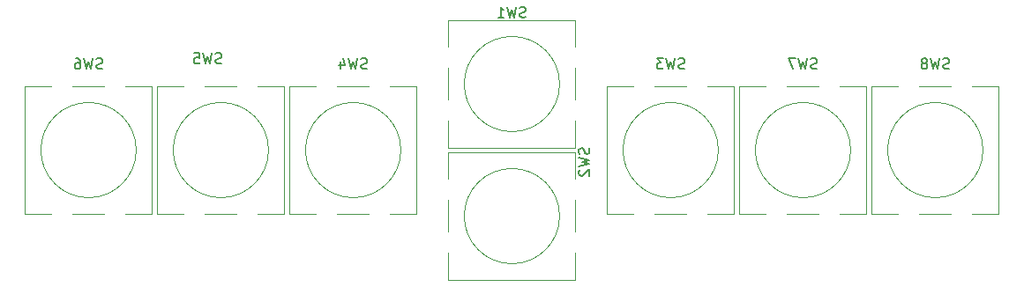
<source format=gbo>
G04 #@! TF.GenerationSoftware,KiCad,Pcbnew,(5.1.9)-1*
G04 #@! TF.CreationDate,2021-04-11T14:45:31+02:00*
G04 #@! TF.ProjectId,Sunrise clock main board,53756e72-6973-4652-9063-6c6f636b206d,V1.0*
G04 #@! TF.SameCoordinates,Original*
G04 #@! TF.FileFunction,Legend,Bot*
G04 #@! TF.FilePolarity,Positive*
%FSLAX46Y46*%
G04 Gerber Fmt 4.6, Leading zero omitted, Abs format (unit mm)*
G04 Created by KiCad (PCBNEW (5.1.9)-1) date 2021-04-11 14:45:32*
%MOMM*%
%LPD*%
G01*
G04 APERTURE LIST*
%ADD10C,0.120000*%
%ADD11C,0.150000*%
%ADD12C,1.524000*%
%ADD13R,1.500000X1.500000*%
%ADD14C,2.600000*%
%ADD15R,2.600000X2.600000*%
%ADD16O,1.850000X3.048000*%
%ADD17O,3.048000X1.850000*%
%ADD18C,0.800000*%
%ADD19C,6.400000*%
%ADD20C,1.500000*%
%ADD21C,4.300000*%
%ADD22C,1.700000*%
%ADD23R,1.700000X1.700000*%
%ADD24R,3.500000X3.500000*%
%ADD25O,1.700000X1.700000*%
%ADD26C,2.100000*%
%ADD27R,2.100000X2.100000*%
%ADD28O,1.700000X2.100000*%
%ADD29R,1.700000X2.100000*%
G04 APERTURE END LIST*
D10*
X46740000Y-34540000D02*
X44196000Y-34540000D01*
X37084000Y-34540000D02*
X34540000Y-34540000D01*
X39116000Y-46740000D02*
X42164000Y-46740000D01*
X34540000Y-46740000D02*
X37084000Y-46740000D01*
X45219050Y-40640000D02*
G75*
G03*
X45219050Y-40640000I-4579050J0D01*
G01*
X44196000Y-46740000D02*
X46740000Y-46740000D01*
X34540000Y-34540000D02*
X34540000Y-46740000D01*
X42164000Y-34540000D02*
X39116000Y-34540000D01*
X46740000Y-46740000D02*
X46740000Y-34540000D01*
X34040000Y-34540000D02*
X31496000Y-34540000D01*
X24384000Y-34540000D02*
X21840000Y-34540000D01*
X26416000Y-46740000D02*
X29464000Y-46740000D01*
X21840000Y-46740000D02*
X24384000Y-46740000D01*
X32519050Y-40640000D02*
G75*
G03*
X32519050Y-40640000I-4579050J0D01*
G01*
X31496000Y-46740000D02*
X34040000Y-46740000D01*
X21840000Y-34540000D02*
X21840000Y-46740000D01*
X29464000Y-34540000D02*
X26416000Y-34540000D01*
X34040000Y-46740000D02*
X34040000Y-34540000D01*
X-34540000Y-34540000D02*
X-37084000Y-34540000D01*
X-44196000Y-34540000D02*
X-46740000Y-34540000D01*
X-42164000Y-46740000D02*
X-39116000Y-46740000D01*
X-46740000Y-46740000D02*
X-44196000Y-46740000D01*
X-36060950Y-40640000D02*
G75*
G03*
X-36060950Y-40640000I-4579050J0D01*
G01*
X-37084000Y-46740000D02*
X-34540000Y-46740000D01*
X-46740000Y-34540000D02*
X-46740000Y-46740000D01*
X-39116000Y-34540000D02*
X-42164000Y-34540000D01*
X-34540000Y-46740000D02*
X-34540000Y-34540000D01*
X-21840000Y-34540000D02*
X-24384000Y-34540000D01*
X-31496000Y-34540000D02*
X-34040000Y-34540000D01*
X-29464000Y-46740000D02*
X-26416000Y-46740000D01*
X-34040000Y-46740000D02*
X-31496000Y-46740000D01*
X-23360950Y-40640000D02*
G75*
G03*
X-23360950Y-40640000I-4579050J0D01*
G01*
X-24384000Y-46740000D02*
X-21840000Y-46740000D01*
X-34040000Y-34540000D02*
X-34040000Y-46740000D01*
X-26416000Y-34540000D02*
X-29464000Y-34540000D01*
X-21840000Y-46740000D02*
X-21840000Y-34540000D01*
X-9140000Y-34540000D02*
X-11684000Y-34540000D01*
X-18796000Y-34540000D02*
X-21340000Y-34540000D01*
X-16764000Y-46740000D02*
X-13716000Y-46740000D01*
X-21340000Y-46740000D02*
X-18796000Y-46740000D01*
X-10660950Y-40640000D02*
G75*
G03*
X-10660950Y-40640000I-4579050J0D01*
G01*
X-11684000Y-46740000D02*
X-9140000Y-46740000D01*
X-21340000Y-34540000D02*
X-21340000Y-46740000D01*
X-13716000Y-34540000D02*
X-16764000Y-34540000D01*
X-9140000Y-46740000D02*
X-9140000Y-34540000D01*
X21340000Y-34540000D02*
X18796000Y-34540000D01*
X11684000Y-34540000D02*
X9140000Y-34540000D01*
X13716000Y-46740000D02*
X16764000Y-46740000D01*
X9140000Y-46740000D02*
X11684000Y-46740000D01*
X19819050Y-40640000D02*
G75*
G03*
X19819050Y-40640000I-4579050J0D01*
G01*
X18796000Y-46740000D02*
X21340000Y-46740000D01*
X9140000Y-34540000D02*
X9140000Y-46740000D01*
X16764000Y-34540000D02*
X13716000Y-34540000D01*
X21340000Y-46740000D02*
X21340000Y-34540000D01*
X6100000Y-53090000D02*
X6100000Y-50546000D01*
X6100000Y-43434000D02*
X6100000Y-40890000D01*
X-6100000Y-45466000D02*
X-6100000Y-48514000D01*
X-6100000Y-40890000D02*
X-6100000Y-43434000D01*
X4579050Y-46990000D02*
G75*
G03*
X4579050Y-46990000I-4579050J0D01*
G01*
X-6100000Y-50546000D02*
X-6100000Y-53090000D01*
X6100000Y-40890000D02*
X-6100000Y-40890000D01*
X6100000Y-48514000D02*
X6100000Y-45466000D01*
X-6100000Y-53090000D02*
X6100000Y-53090000D01*
X6100000Y-40390000D02*
X6100000Y-37846000D01*
X6100000Y-30734000D02*
X6100000Y-28190000D01*
X-6100000Y-32766000D02*
X-6100000Y-35814000D01*
X-6100000Y-28190000D02*
X-6100000Y-30734000D01*
X4579050Y-34290000D02*
G75*
G03*
X4579050Y-34290000I-4579050J0D01*
G01*
X-6100000Y-37846000D02*
X-6100000Y-40390000D01*
X6100000Y-28190000D02*
X-6100000Y-28190000D01*
X6100000Y-35814000D02*
X6100000Y-32766000D01*
X-6100000Y-40390000D02*
X6100000Y-40390000D01*
D11*
X41973333Y-32789761D02*
X41830476Y-32837380D01*
X41592380Y-32837380D01*
X41497142Y-32789761D01*
X41449523Y-32742142D01*
X41401904Y-32646904D01*
X41401904Y-32551666D01*
X41449523Y-32456428D01*
X41497142Y-32408809D01*
X41592380Y-32361190D01*
X41782857Y-32313571D01*
X41878095Y-32265952D01*
X41925714Y-32218333D01*
X41973333Y-32123095D01*
X41973333Y-32027857D01*
X41925714Y-31932619D01*
X41878095Y-31885000D01*
X41782857Y-31837380D01*
X41544761Y-31837380D01*
X41401904Y-31885000D01*
X41068571Y-31837380D02*
X40830476Y-32837380D01*
X40640000Y-32123095D01*
X40449523Y-32837380D01*
X40211428Y-31837380D01*
X39687619Y-32265952D02*
X39782857Y-32218333D01*
X39830476Y-32170714D01*
X39878095Y-32075476D01*
X39878095Y-32027857D01*
X39830476Y-31932619D01*
X39782857Y-31885000D01*
X39687619Y-31837380D01*
X39497142Y-31837380D01*
X39401904Y-31885000D01*
X39354285Y-31932619D01*
X39306666Y-32027857D01*
X39306666Y-32075476D01*
X39354285Y-32170714D01*
X39401904Y-32218333D01*
X39497142Y-32265952D01*
X39687619Y-32265952D01*
X39782857Y-32313571D01*
X39830476Y-32361190D01*
X39878095Y-32456428D01*
X39878095Y-32646904D01*
X39830476Y-32742142D01*
X39782857Y-32789761D01*
X39687619Y-32837380D01*
X39497142Y-32837380D01*
X39401904Y-32789761D01*
X39354285Y-32742142D01*
X39306666Y-32646904D01*
X39306666Y-32456428D01*
X39354285Y-32361190D01*
X39401904Y-32313571D01*
X39497142Y-32265952D01*
X29273333Y-32789761D02*
X29130476Y-32837380D01*
X28892380Y-32837380D01*
X28797142Y-32789761D01*
X28749523Y-32742142D01*
X28701904Y-32646904D01*
X28701904Y-32551666D01*
X28749523Y-32456428D01*
X28797142Y-32408809D01*
X28892380Y-32361190D01*
X29082857Y-32313571D01*
X29178095Y-32265952D01*
X29225714Y-32218333D01*
X29273333Y-32123095D01*
X29273333Y-32027857D01*
X29225714Y-31932619D01*
X29178095Y-31885000D01*
X29082857Y-31837380D01*
X28844761Y-31837380D01*
X28701904Y-31885000D01*
X28368571Y-31837380D02*
X28130476Y-32837380D01*
X27940000Y-32123095D01*
X27749523Y-32837380D01*
X27511428Y-31837380D01*
X27225714Y-31837380D02*
X26559047Y-31837380D01*
X26987619Y-32837380D01*
X-39306666Y-32789761D02*
X-39449523Y-32837380D01*
X-39687619Y-32837380D01*
X-39782857Y-32789761D01*
X-39830476Y-32742142D01*
X-39878095Y-32646904D01*
X-39878095Y-32551666D01*
X-39830476Y-32456428D01*
X-39782857Y-32408809D01*
X-39687619Y-32361190D01*
X-39497142Y-32313571D01*
X-39401904Y-32265952D01*
X-39354285Y-32218333D01*
X-39306666Y-32123095D01*
X-39306666Y-32027857D01*
X-39354285Y-31932619D01*
X-39401904Y-31885000D01*
X-39497142Y-31837380D01*
X-39735238Y-31837380D01*
X-39878095Y-31885000D01*
X-40211428Y-31837380D02*
X-40449523Y-32837380D01*
X-40640000Y-32123095D01*
X-40830476Y-32837380D01*
X-41068571Y-31837380D01*
X-41878095Y-31837380D02*
X-41687619Y-31837380D01*
X-41592380Y-31885000D01*
X-41544761Y-31932619D01*
X-41449523Y-32075476D01*
X-41401904Y-32265952D01*
X-41401904Y-32646904D01*
X-41449523Y-32742142D01*
X-41497142Y-32789761D01*
X-41592380Y-32837380D01*
X-41782857Y-32837380D01*
X-41878095Y-32789761D01*
X-41925714Y-32742142D01*
X-41973333Y-32646904D01*
X-41973333Y-32408809D01*
X-41925714Y-32313571D01*
X-41878095Y-32265952D01*
X-41782857Y-32218333D01*
X-41592380Y-32218333D01*
X-41497142Y-32265952D01*
X-41449523Y-32313571D01*
X-41401904Y-32408809D01*
X-27876666Y-32281761D02*
X-28019523Y-32329380D01*
X-28257619Y-32329380D01*
X-28352857Y-32281761D01*
X-28400476Y-32234142D01*
X-28448095Y-32138904D01*
X-28448095Y-32043666D01*
X-28400476Y-31948428D01*
X-28352857Y-31900809D01*
X-28257619Y-31853190D01*
X-28067142Y-31805571D01*
X-27971904Y-31757952D01*
X-27924285Y-31710333D01*
X-27876666Y-31615095D01*
X-27876666Y-31519857D01*
X-27924285Y-31424619D01*
X-27971904Y-31377000D01*
X-28067142Y-31329380D01*
X-28305238Y-31329380D01*
X-28448095Y-31377000D01*
X-28781428Y-31329380D02*
X-29019523Y-32329380D01*
X-29210000Y-31615095D01*
X-29400476Y-32329380D01*
X-29638571Y-31329380D01*
X-30495714Y-31329380D02*
X-30019523Y-31329380D01*
X-29971904Y-31805571D01*
X-30019523Y-31757952D01*
X-30114761Y-31710333D01*
X-30352857Y-31710333D01*
X-30448095Y-31757952D01*
X-30495714Y-31805571D01*
X-30543333Y-31900809D01*
X-30543333Y-32138904D01*
X-30495714Y-32234142D01*
X-30448095Y-32281761D01*
X-30352857Y-32329380D01*
X-30114761Y-32329380D01*
X-30019523Y-32281761D01*
X-29971904Y-32234142D01*
X-13906666Y-32789761D02*
X-14049523Y-32837380D01*
X-14287619Y-32837380D01*
X-14382857Y-32789761D01*
X-14430476Y-32742142D01*
X-14478095Y-32646904D01*
X-14478095Y-32551666D01*
X-14430476Y-32456428D01*
X-14382857Y-32408809D01*
X-14287619Y-32361190D01*
X-14097142Y-32313571D01*
X-14001904Y-32265952D01*
X-13954285Y-32218333D01*
X-13906666Y-32123095D01*
X-13906666Y-32027857D01*
X-13954285Y-31932619D01*
X-14001904Y-31885000D01*
X-14097142Y-31837380D01*
X-14335238Y-31837380D01*
X-14478095Y-31885000D01*
X-14811428Y-31837380D02*
X-15049523Y-32837380D01*
X-15240000Y-32123095D01*
X-15430476Y-32837380D01*
X-15668571Y-31837380D01*
X-16478095Y-32170714D02*
X-16478095Y-32837380D01*
X-16240000Y-31789761D02*
X-16001904Y-32504047D01*
X-16620952Y-32504047D01*
X16573333Y-32789761D02*
X16430476Y-32837380D01*
X16192380Y-32837380D01*
X16097142Y-32789761D01*
X16049523Y-32742142D01*
X16001904Y-32646904D01*
X16001904Y-32551666D01*
X16049523Y-32456428D01*
X16097142Y-32408809D01*
X16192380Y-32361190D01*
X16382857Y-32313571D01*
X16478095Y-32265952D01*
X16525714Y-32218333D01*
X16573333Y-32123095D01*
X16573333Y-32027857D01*
X16525714Y-31932619D01*
X16478095Y-31885000D01*
X16382857Y-31837380D01*
X16144761Y-31837380D01*
X16001904Y-31885000D01*
X15668571Y-31837380D02*
X15430476Y-32837380D01*
X15240000Y-32123095D01*
X15049523Y-32837380D01*
X14811428Y-31837380D01*
X14525714Y-31837380D02*
X13906666Y-31837380D01*
X14240000Y-32218333D01*
X14097142Y-32218333D01*
X14001904Y-32265952D01*
X13954285Y-32313571D01*
X13906666Y-32408809D01*
X13906666Y-32646904D01*
X13954285Y-32742142D01*
X14001904Y-32789761D01*
X14097142Y-32837380D01*
X14382857Y-32837380D01*
X14478095Y-32789761D01*
X14525714Y-32742142D01*
X7389761Y-40449666D02*
X7437380Y-40592523D01*
X7437380Y-40830619D01*
X7389761Y-40925857D01*
X7342142Y-40973476D01*
X7246904Y-41021095D01*
X7151666Y-41021095D01*
X7056428Y-40973476D01*
X7008809Y-40925857D01*
X6961190Y-40830619D01*
X6913571Y-40640142D01*
X6865952Y-40544904D01*
X6818333Y-40497285D01*
X6723095Y-40449666D01*
X6627857Y-40449666D01*
X6532619Y-40497285D01*
X6485000Y-40544904D01*
X6437380Y-40640142D01*
X6437380Y-40878238D01*
X6485000Y-41021095D01*
X6437380Y-41354428D02*
X7437380Y-41592523D01*
X6723095Y-41783000D01*
X7437380Y-41973476D01*
X6437380Y-42211571D01*
X6532619Y-42544904D02*
X6485000Y-42592523D01*
X6437380Y-42687761D01*
X6437380Y-42925857D01*
X6485000Y-43021095D01*
X6532619Y-43068714D01*
X6627857Y-43116333D01*
X6723095Y-43116333D01*
X6865952Y-43068714D01*
X7437380Y-42497285D01*
X7437380Y-43116333D01*
X1333333Y-27836761D02*
X1190476Y-27884380D01*
X952380Y-27884380D01*
X857142Y-27836761D01*
X809523Y-27789142D01*
X761904Y-27693904D01*
X761904Y-27598666D01*
X809523Y-27503428D01*
X857142Y-27455809D01*
X952380Y-27408190D01*
X1142857Y-27360571D01*
X1238095Y-27312952D01*
X1285714Y-27265333D01*
X1333333Y-27170095D01*
X1333333Y-27074857D01*
X1285714Y-26979619D01*
X1238095Y-26932000D01*
X1142857Y-26884380D01*
X904761Y-26884380D01*
X761904Y-26932000D01*
X428571Y-26884380D02*
X190476Y-27884380D01*
X0Y-27170095D01*
X-190476Y-27884380D01*
X-428571Y-26884380D01*
X-1333333Y-27884380D02*
X-761904Y-27884380D01*
X-1047619Y-27884380D02*
X-1047619Y-26884380D01*
X-952380Y-27027238D01*
X-857142Y-27122476D01*
X-761904Y-27170095D01*
%LPC*%
D12*
X8410000Y-22480000D03*
X11910000Y-22480000D03*
X2540000Y-9610000D03*
X5080000Y-9610000D03*
X7620000Y-9610000D03*
X10160000Y-9610000D03*
X12700000Y-9610000D03*
X15240000Y-9610000D03*
X17780000Y-9610000D03*
X-11910000Y-22480000D03*
X-8410000Y-22480000D03*
X-17780000Y-9610000D03*
X-15240000Y-9610000D03*
X-12700000Y-9610000D03*
X-10160000Y-9610000D03*
X-7620000Y-9610000D03*
X-5080000Y-9610000D03*
X-2540000Y-9610000D03*
D13*
X-52070000Y-19050000D03*
X73914000Y23622000D03*
X-24765000Y-7620000D03*
D14*
X31750000Y25400000D03*
X26670000Y25400000D03*
X21590000Y25400000D03*
X16510000Y25400000D03*
D15*
X11430000Y25400000D03*
D13*
X68580000Y1270000D03*
X62230000Y1270000D03*
D16*
X38100000Y-46990000D03*
X43180000Y-46990000D03*
X38100000Y-34290000D03*
X43180000Y-34290000D03*
X25400000Y-46990000D03*
X30480000Y-46990000D03*
X25400000Y-34290000D03*
X30480000Y-34290000D03*
X-43180000Y-46990000D03*
X-38100000Y-46990000D03*
X-43180000Y-34290000D03*
X-38100000Y-34290000D03*
X-30480000Y-46990000D03*
X-25400000Y-46990000D03*
X-30480000Y-34290000D03*
X-25400000Y-34290000D03*
X-17780000Y-46990000D03*
X-12700000Y-46990000D03*
X-17780000Y-34290000D03*
X-12700000Y-34290000D03*
X12700000Y-46990000D03*
X17780000Y-46990000D03*
X12700000Y-34290000D03*
X17780000Y-34290000D03*
D17*
X-6350000Y-44450000D03*
X-6350000Y-49530000D03*
X6350000Y-44450000D03*
X6350000Y-49530000D03*
X-6350000Y-31750000D03*
X-6350000Y-36830000D03*
X6350000Y-31750000D03*
X6350000Y-36830000D03*
D13*
X-51435000Y-33655000D03*
D18*
X23287056Y-26242944D03*
X21590000Y-25540000D03*
X19892944Y-26242944D03*
X19190000Y-27940000D03*
X19892944Y-29637056D03*
X21590000Y-30340000D03*
X23287056Y-29637056D03*
X23990000Y-27940000D03*
D19*
X21590000Y-27940000D03*
D18*
X-19892944Y-26242944D03*
X-21590000Y-25540000D03*
X-23287056Y-26242944D03*
X-23990000Y-27940000D03*
X-23287056Y-29637056D03*
X-21590000Y-30340000D03*
X-19892944Y-29637056D03*
X-19190000Y-27940000D03*
D19*
X-21590000Y-27940000D03*
D20*
X26670000Y48260000D03*
X23270000Y48260000D03*
D21*
X48260000Y60980000D03*
D22*
X54610000Y50820000D03*
X52070000Y50820000D03*
X49530000Y50820000D03*
D23*
X46990000Y50820000D03*
G36*
G01*
X-5575000Y49550000D02*
X-3825000Y49550000D01*
G75*
G02*
X-2950000Y48675000I0J-875000D01*
G01*
X-2950000Y46925000D01*
G75*
G02*
X-3825000Y46050000I-875000J0D01*
G01*
X-5575000Y46050000D01*
G75*
G02*
X-6450000Y46925000I0J875000D01*
G01*
X-6450000Y48675000D01*
G75*
G02*
X-5575000Y49550000I875000J0D01*
G01*
G37*
G36*
G01*
X-1000000Y52300000D02*
X1000000Y52300000D01*
G75*
G02*
X1750000Y51550000I0J-750000D01*
G01*
X1750000Y50050000D01*
G75*
G02*
X1000000Y49300000I-750000J0D01*
G01*
X-1000000Y49300000D01*
G75*
G02*
X-1750000Y50050000I0J750000D01*
G01*
X-1750000Y51550000D01*
G75*
G02*
X-1000000Y52300000I750000J0D01*
G01*
G37*
D24*
X0Y44800000D03*
D22*
X43180000Y-27940000D03*
X45720000Y-27940000D03*
X48260000Y-27940000D03*
X50800000Y-27940000D03*
X53340000Y-27940000D03*
X43180000Y-25400000D03*
X45720000Y-25400000D03*
X48260000Y-25400000D03*
X50800000Y-25400000D03*
G36*
G01*
X52740000Y-24550000D02*
X53940000Y-24550000D01*
G75*
G02*
X54190000Y-24800000I0J-250000D01*
G01*
X54190000Y-26000000D01*
G75*
G02*
X53940000Y-26250000I-250000J0D01*
G01*
X52740000Y-26250000D01*
G75*
G02*
X52490000Y-26000000I0J250000D01*
G01*
X52490000Y-24800000D01*
G75*
G02*
X52740000Y-24550000I250000J0D01*
G01*
G37*
D13*
X-46990000Y48260000D03*
X-46990000Y43180000D03*
X-46990000Y38100000D03*
X-46990000Y33020000D03*
X-31750000Y36830000D03*
X74930000Y33020000D03*
X71120000Y27940000D03*
X55880000Y20320000D03*
X55880000Y12700000D03*
X-69850000Y-10160000D03*
X-74930000Y-10160000D03*
X-27940000Y36830000D03*
X-24130000Y36830000D03*
X-35560000Y33020000D03*
D25*
X-33020000Y-13970000D03*
X-35560000Y-13970000D03*
X-38100000Y-13970000D03*
D23*
X-40640000Y-13970000D03*
D25*
X-57150000Y26670000D03*
X-59690000Y26670000D03*
X-62230000Y26670000D03*
D23*
X-64770000Y26670000D03*
D18*
X67737056Y-46562944D03*
X66040000Y-45860000D03*
X64342944Y-46562944D03*
X63640000Y-48260000D03*
X64342944Y-49957056D03*
X66040000Y-50660000D03*
X67737056Y-49957056D03*
X68440000Y-48260000D03*
D19*
X66040000Y-48260000D03*
D18*
X76627056Y49957056D03*
X74930000Y50660000D03*
X73232944Y49957056D03*
X72530000Y48260000D03*
X73232944Y46562944D03*
X74930000Y45860000D03*
X76627056Y46562944D03*
X77330000Y48260000D03*
D19*
X74930000Y48260000D03*
D18*
X-64342944Y-46562944D03*
X-66040000Y-45860000D03*
X-67737056Y-46562944D03*
X-68440000Y-48260000D03*
X-67737056Y-49957056D03*
X-66040000Y-50660000D03*
X-64342944Y-49957056D03*
X-63640000Y-48260000D03*
D19*
X-66040000Y-48260000D03*
D18*
X-73232944Y49957056D03*
X-74930000Y50660000D03*
X-76627056Y49957056D03*
X-77330000Y48260000D03*
X-76627056Y46562944D03*
X-74930000Y45860000D03*
X-73232944Y46562944D03*
X-72530000Y48260000D03*
D19*
X-74930000Y48260000D03*
D26*
X43500000Y34290000D03*
D27*
X63500000Y34290000D03*
D28*
X-72390000Y21590000D03*
X-69850000Y21590000D03*
D29*
X-72390000Y-3810000D03*
D28*
X-26670000Y21590000D03*
X-69850000Y-3810000D03*
X-26670000Y-3810000D03*
X-67310000Y-3810000D03*
X-29210000Y-3810000D03*
X-64770000Y-3810000D03*
X-31750000Y-3810000D03*
X-62230000Y-3810000D03*
X-34290000Y-3810000D03*
X-59690000Y-3810000D03*
X-36830000Y-3810000D03*
X-57150000Y-3810000D03*
X-39370000Y-3810000D03*
X-54610000Y-3810000D03*
X-41910000Y-3810000D03*
X-52070000Y-3810000D03*
X-44450000Y-3810000D03*
X-49530000Y-3810000D03*
X-46990000Y-3810000D03*
X-29210000Y21590000D03*
X-31750000Y21590000D03*
X-34290000Y21590000D03*
X-36830000Y21590000D03*
X-39370000Y21590000D03*
X-41910000Y21590000D03*
X-44450000Y21590000D03*
X-46990000Y21590000D03*
X-49530000Y21590000D03*
X-52070000Y21590000D03*
X-54610000Y21590000D03*
X-57150000Y21590000D03*
X-59690000Y21590000D03*
X-62230000Y21590000D03*
X-64770000Y21590000D03*
X-67310000Y21590000D03*
M02*

</source>
